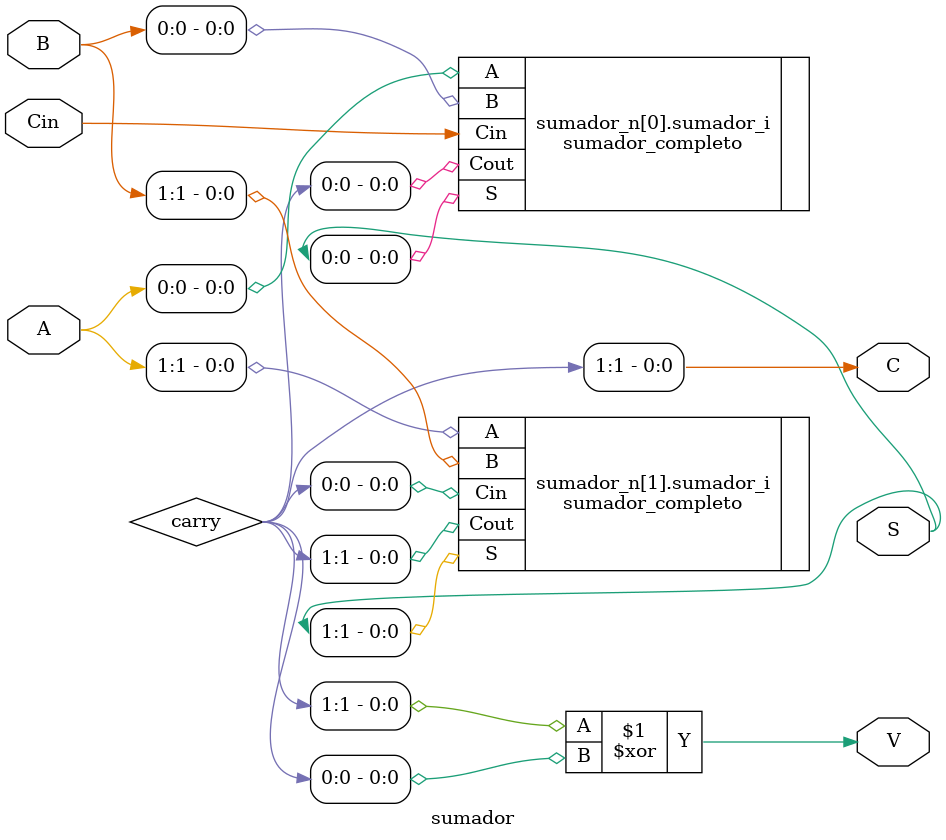
<source format=sv>
module sumador
#(parameter NUM_BITS = 2)(Cin, A, B, S, C, V);
    input logic Cin;
    input logic [(NUM_BITS-1):0] A;
    input logic [(NUM_BITS-1):0] B;

    output logic [(NUM_BITS-1):0] S;
    output logic C, V;

    logic [(NUM_BITS-1):0] carry;
    generate
        genvar i;
        for (i = 0; i < NUM_BITS; i = i + 1) begin : sumador_n
            sumador_completo sumador_i(
                .Cin(i == 0 ? Cin : carry[i-1]),
                .A(A[i]),
                .B(B[i]),
                .Cout(carry[i]),
                .S(S[i])
            );
        end
    endgenerate

    assign C = carry[NUM_BITS-1];
    assign V = carry[NUM_BITS-1] ^ carry[NUM_BITS-2];
endmodule
</source>
